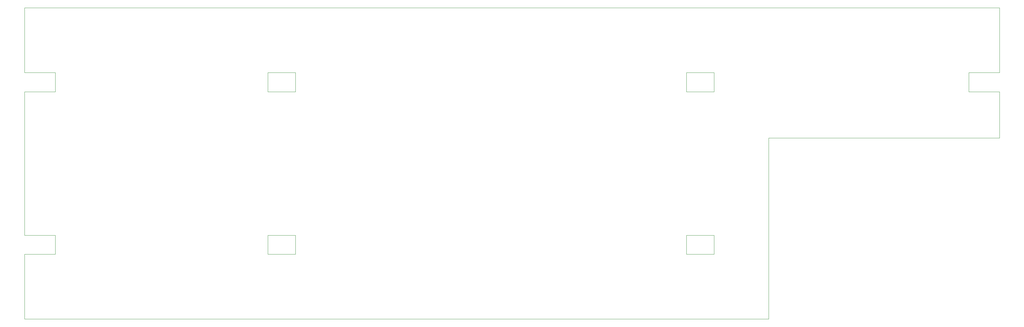
<source format=gbr>
G04 #@! TF.GenerationSoftware,KiCad,Pcbnew,(5.1.5)-3*
G04 #@! TF.CreationDate,2020-01-31T17:00:05+01:00*
G04 #@! TF.ProjectId,3003,33303033-2e6b-4696-9361-645f70636258,rev?*
G04 #@! TF.SameCoordinates,Original*
G04 #@! TF.FileFunction,Profile,NP*
%FSLAX46Y46*%
G04 Gerber Fmt 4.6, Leading zero omitted, Abs format (unit mm)*
G04 Created by KiCad (PCBNEW (5.1.5)-3) date 2020-01-31 17:00:05*
%MOMM*%
%LPD*%
G04 APERTURE LIST*
%ADD10C,0.100000*%
G04 APERTURE END LIST*
D10*
X188100000Y-62100000D02*
X188100000Y-67300000D01*
X180600000Y-62100000D02*
X188100000Y-62100000D01*
X180600000Y-67300000D02*
X188100000Y-67300000D01*
X180600000Y-67300000D02*
X180600000Y-62100000D01*
X188100000Y-17700000D02*
X188100000Y-22900000D01*
X180600000Y-17700000D02*
X188100000Y-17700000D01*
X180600000Y-22900000D02*
X188100000Y-22900000D01*
X180600000Y-22900000D02*
X180600000Y-17700000D01*
X73900000Y-62100000D02*
X73900000Y-67300000D01*
X66400000Y-62100000D02*
X73900000Y-62100000D01*
X66400000Y-67300000D02*
X73900000Y-67300000D01*
X66400000Y-67300000D02*
X66400000Y-62100000D01*
X73900000Y-17700000D02*
X73900000Y-22900000D01*
X66400000Y-17700000D02*
X73900000Y-17700000D01*
X66400000Y-22900000D02*
X66400000Y-17700000D01*
X66400000Y-22900000D02*
X73900000Y-22900000D01*
X266000000Y0D02*
X266000000Y-17700000D01*
X0Y0D02*
X266000000Y0D01*
X0Y0D02*
X0Y-17700000D01*
X0Y-17700000D02*
X8400000Y-17700000D01*
X8400000Y-17700000D02*
X8400000Y-22900000D01*
X0Y-22900000D02*
X8400000Y-22900000D01*
X0Y-22900000D02*
X0Y-62100000D01*
X0Y-62100000D02*
X8400000Y-62100000D01*
X8400000Y-62100000D02*
X8400000Y-67300000D01*
X0Y-67300000D02*
X8400000Y-67300000D01*
X0Y-67300000D02*
X0Y-85000000D01*
X0Y-85000000D02*
X203000000Y-85000000D01*
X203000000Y-35500000D02*
X203000000Y-85000000D01*
X266000000Y-35500000D02*
X203000000Y-35500000D01*
X266000000Y-22900000D02*
X266000000Y-35500000D01*
X257600000Y-22900000D02*
X266000000Y-22900000D01*
X257600000Y-17700000D02*
X257600000Y-22900000D01*
X266000000Y-17700000D02*
X257600000Y-17700000D01*
M02*

</source>
